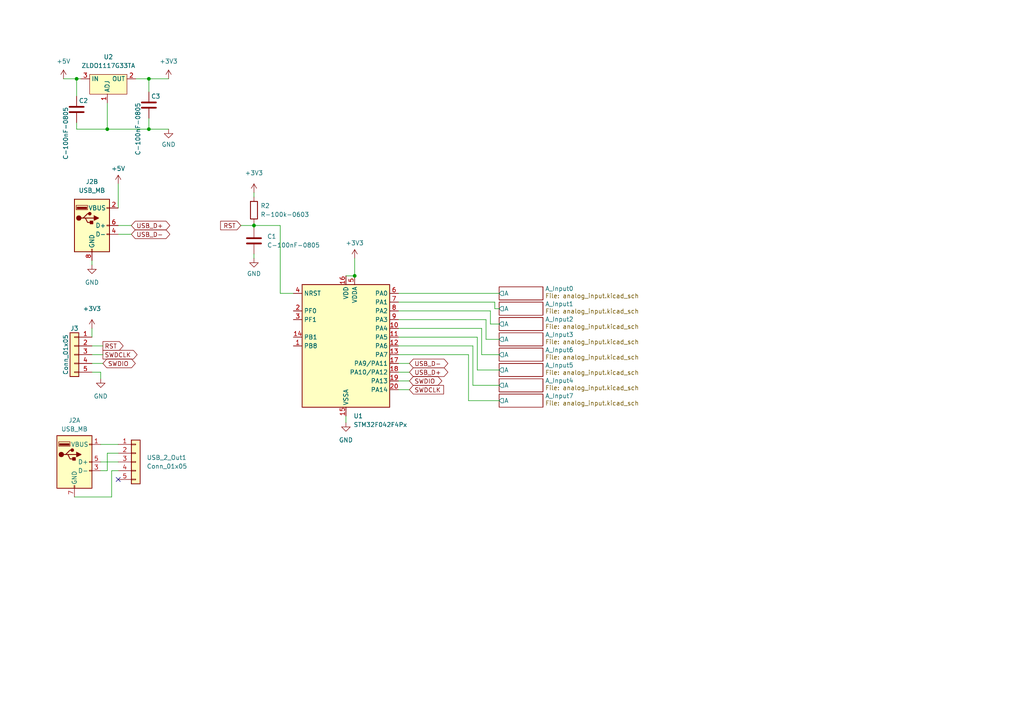
<source format=kicad_sch>
(kicad_sch (version 20230121) (generator eeschema)
  (paper "A4")
  (lib_symbols
    (symbol "+3V3_1" (power) (pin_names (offset 0))
      (property "Value" "+3V3_1" (at 0 3.556 0))
      (symbol "+3V3_1_0_1"
        (polyline (pts (xy -0.762 1.27) (xy 0 2.54)))
        (polyline (pts (xy 0 0) (xy 0 2.54)))
        (polyline (pts (xy 0 2.54) (xy 0.762 1.27)))
      )
      (symbol "+3V3_1_1_1"
        (pin power_in line (at 0 0 90) (length 0) hide (name "+3V3") (number "1"))
      )
    )
    (symbol "+5V_1" (power) (pin_names (offset 0))
      (property "Value" "+5V_1" (at 0 3.556 0))
      (symbol "+5V_1_0_1"
        (polyline (pts (xy -0.762 1.27) (xy 0 2.54)))
        (polyline (pts (xy 0 0) (xy 0 2.54)))
        (polyline (pts (xy 0 2.54) (xy 0.762 1.27)))
      )
      (symbol "+5V_1_1_1"
        (pin power_in line (at 0 0 90) (length 0) hide (name "+5V") (number "1"))
      )
    )
    (symbol "Connector_Generic:Conn_01x05" (pin_names (offset 1.016) hide)
      (property "Reference" "J" (at 0 7.62 0))
      (property "Value" "Conn_01x05" (at 0 -7.62 0))
      (symbol "Conn_01x05_1_1"
        (rectangle (start -1.27 -4.953) (end 0 -5.207) (stroke (width 0.1524)))
        (rectangle (start -1.27 -2.413) (end 0 -2.667) (stroke (width 0.1524)))
        (rectangle (start -1.27 0.127) (end 0 -0.127) (stroke (width 0.1524)))
        (rectangle (start -1.27 2.667) (end 0 2.413) (stroke (width 0.1524)))
        (rectangle (start -1.27 5.207) (end 0 4.953) (stroke (width 0.1524)))
        (rectangle (start -1.27 6.35) (end 1.27 -6.35) (stroke (width 0.254)) (fill (type background)))
        (pin passive line (at -5.08 5.08 0) (length 3.81) (name "Pin_1") (number "1"))
        (pin passive line (at -5.08 2.54 0) (length 3.81) (name "Pin_2") (number "2"))
        (pin passive line (at -5.08 0 0) (length 3.81) (name "Pin_3") (number "3"))
        (pin passive line (at -5.08 -2.54 0) (length 3.81) (name "Pin_4") (number "4"))
        (pin passive line (at -5.08 -5.08 0) (length 3.81) (name "Pin_5") (number "5"))
      )
    )
    (symbol "MCU_ST_STM32F0:STM32F042F4Px"
      (property "Reference" "U" (at -12.7 19.05 0))
      (property "Value" "STM32F042F4Px" (at 5.08 19.05 0))
      (symbol "STM32F042F4Px_0_1"
        (rectangle (start -12.7 -17.78) (end 12.7 17.78) (stroke (width 0.254)) (fill (type background)))
      )
      (symbol "STM32F042F4Px_1_1"
        (pin bidirectional line (at -15.24 0 0) (length 2.54) (name "PB8") (number "1"))
        (pin bidirectional line (at 15.24 5.08 180) (length 2.54) (name "PA4") (number "10"))
        (pin bidirectional line (at 15.24 2.54 180) (length 2.54) (name "PA5") (number "11"))
        (pin bidirectional line (at 15.24 0 180) (length 2.54) (name "PA6") (number "12"))
        (pin bidirectional line (at 15.24 -2.54 180) (length 2.54) (name "PA7") (number "13"))
        (pin bidirectional line (at -15.24 2.54 0) (length 2.54) (name "PB1") (number "14"))
        (pin power_in line (at 0 -20.32 90) (length 2.54) (name "VSSA") (number "15"))
        (pin power_in line (at 0 20.32 270) (length 2.54) (name "VDD") (number "16"))
        (pin bidirectional line (at 15.24 -5.08 180) (length 2.54) (name "PA9/PA11") (number "17"))
        (pin bidirectional line (at 15.24 -7.62 180) (length 2.54) (name "PA10/PA12") (number "18"))
        (pin bidirectional line (at 15.24 -10.16 180) (length 2.54) (name "PA13") (number "19"))
        (pin bidirectional line (at -15.24 10.16 0) (length 2.54) (name "PF0") (number "2"))
        (pin bidirectional line (at 15.24 -12.7 180) (length 2.54) (name "PA14") (number "20"))
        (pin bidirectional line (at -15.24 7.62 0) (length 2.54) (name "PF1") (number "3"))
        (pin input line (at -15.24 15.24 0) (length 2.54) (name "NRST") (number "4"))
        (pin power_in line (at 2.54 20.32 270) (length 2.54) (name "VDDA") (number "5"))
        (pin bidirectional line (at 15.24 15.24 180) (length 2.54) (name "PA0") (number "6"))
        (pin bidirectional line (at 15.24 12.7 180) (length 2.54) (name "PA1") (number "7"))
        (pin bidirectional line (at 15.24 10.16 180) (length 2.54) (name "PA2") (number "8"))
        (pin bidirectional line (at 15.24 7.62 180) (length 2.54) (name "PA3") (number "9"))
      )
    )
    (symbol "MyLib:C-100nF-0805" (pin_numbers hide) (pin_names (offset 0.254))
      (property "Reference" "C" (at 0.635 2.54 0))
      (property "Value" "C-100nF-0805" (at 0.635 -2.54 0))
      (symbol "C-100nF-0805_0_1"
        (polyline (pts (xy -2.032 -0.762) (xy 2.032 -0.762)) (stroke (width 0.508)))
        (polyline (pts (xy -2.032 0.762) (xy 2.032 0.762)) (stroke (width 0.508)))
      )
      (symbol "C-100nF-0805_1_1"
        (pin passive line (at 0 3.81 270) (length 2.794) (name "~") (number "1"))
        (pin passive line (at 0 -3.81 90) (length 2.794) (name "~") (number "2"))
      )
    )
    (symbol "MyLib:USB_MB" (pin_names (offset 1.016))
      (property "Reference" "J" (at -5.08 11.43 0))
      (property "Value" "USB_MB" (at -5.08 8.89 0))
      (symbol "USB_MB_0_1"
        (rectangle (start -5.08 7.62) (end 5.08 -7.62) (stroke (width 0.254)) (fill (type background)))
        (circle (center -3.81 2.159) (radius 0.635) (stroke (width 0.254)) (fill (type outline)))
        (rectangle (start -1.524 4.826) (end -4.318 5.334) (fill (type outline)))
        (rectangle (start -1.27 4.572) (end -4.572 5.842))
        (circle (center -0.635 3.429) (radius 0.381) (stroke (width 0.254)) (fill (type outline)))
        (rectangle (start -0.127 -7.62) (end 0.127 -6.858))
        (polyline (pts (xy -3.175 2.159) (xy -2.54 2.159) (xy -1.27 3.429) (xy -0.635 3.429)) (stroke (width 0.254)))
        (polyline (pts (xy -2.54 2.159) (xy -1.905 2.159) (xy -1.27 0.889) (xy 0 0.889)) (stroke (width 0.254)))
        (polyline (pts (xy 0.635 2.794) (xy 0.635 1.524) (xy 1.905 2.159) (xy 0.635 2.794)) (stroke (width 0.254)) (fill (type outline)))
        (rectangle (start 0.254 1.27) (end -0.508 0.508) (stroke (width 0.254)) (fill (type outline)))
        (rectangle (start 5.08 -2.667) (end 4.318 -2.413))
        (rectangle (start 5.08 -0.127) (end 4.318 0.127))
        (rectangle (start 5.08 4.953) (end 4.318 5.207))
      )
      (symbol "USB_MB_1_1"
        (polyline (pts (xy -1.905 2.159) (xy 0.635 2.159)) (stroke (width 0.254)))
        (pin power_in line (at 7.62 5.08 180) (length 2.54) (name "VBUS") (number "1"))
        (pin bidirectional line (at 7.62 -2.54 180) (length 2.54) (name "D-") (number "3"))
        (pin bidirectional line (at 7.62 0 180) (length 2.54) (name "D+") (number "5"))
        (pin power_in line (at 0 -10.16 90) (length 2.54) (name "GND") (number "7"))
      )
      (symbol "USB_MB_2_0"
        (pin no_connect line (at 22.86 -5.08 90) (length 2.54) hide (name "NC") (number "10"))
        (pin no_connect line (at 20.32 -5.08 90) (length 2.54) hide (name "KEY") (number "9"))
      )
      (symbol "USB_MB_2_1"
        (polyline (pts (xy -1.905 2.159) (xy 0.635 2.159)) (stroke (width 0.254)))
        (pin power_in line (at 7.62 5.08 180) (length 2.54) (name "VBUS") (number "2"))
        (pin bidirectional line (at 7.62 -2.54 180) (length 2.54) (name "D-") (number "4"))
        (pin bidirectional line (at 7.62 0 180) (length 2.54) (name "D+") (number "6"))
        (pin power_in line (at 0 -10.16 90) (length 2.54) (name "GND") (number "8"))
      )
    )
    (symbol "eurorack:C-100nF-0805" (pin_numbers hide) (pin_names (offset 0.254))
      (property "Reference" "C" (at 0.635 2.54 0))
      (property "Value" "C-100nF-0805" (at 0.635 -2.54 0))
      (symbol "C-100nF-0805_0_1"
        (polyline (pts (xy -2.032 -0.762) (xy 2.032 -0.762)) (stroke (width 0.508)))
        (polyline (pts (xy -2.032 0.762) (xy 2.032 0.762)) (stroke (width 0.508)))
      )
      (symbol "C-100nF-0805_1_1"
        (pin passive line (at 0 3.81 270) (length 2.794) (name "~") (number "1"))
        (pin passive line (at 0 -3.81 90) (length 2.794) (name "~") (number "2"))
      )
    )
    (symbol "eurorack:R-100k-0603" (pin_numbers hide) (pin_names (offset 0))
      (property "Reference" "R" (at 2.032 0 90))
      (property "Value" "R-100k-0603" (at -2.54 0 90))
      (symbol "R-100k-0603_0_1"
        (rectangle (start -1.016 -2.54) (end 1.016 2.54) (stroke (width 0.254)))
      )
      (symbol "R-100k-0603_1_1"
        (pin passive line (at 0 3.81 270) (length 1.27) (name "~") (number "1"))
        (pin passive line (at 0 -3.81 90) (length 1.27) (name "~") (number "2"))
      )
    )
    (symbol "eurorack:ZLDO1117G33TA"
      (property "Reference" "U" (at 0 0 0))
      (property "Value" "ZLDO1117G33TA" (at 0 1.905 0))
      (symbol "ZLDO1117G33TA_0_1"
        (rectangle (start -5.08 -1.27) (end 5.715 -6.985) (fill (type background)))
      )
      (symbol "ZLDO1117G33TA_1_1"
        (pin power_in line (at 0 -9.525 90) (length 2.54) (name "ADJ") (number "1"))
        (pin power_out line (at 8.255 -2.54 180) (length 2.54) (name "OUT") (number "2"))
        (pin power_in line (at -7.62 -2.54 0) (length 2.54) (name "IN") (number "3"))
        (pin power_in line (at 8.255 -2.54 180) (length 2.54) hide (name "OUT") (number "4"))
      )
    )
    (symbol "power:+3V3" (power) (pin_names (offset 0))
      (property "Value" "+3V3" (at 0 3.556 0))
      (symbol "+3V3_0_1"
        (polyline (pts (xy -0.762 1.27) (xy 0 2.54)))
        (polyline (pts (xy 0 0) (xy 0 2.54)))
        (polyline (pts (xy 0 2.54) (xy 0.762 1.27)))
      )
      (symbol "+3V3_1_1"
        (pin power_in line (at 0 0 90) (length 0) hide (name "+3V3") (number "1"))
      )
    )
    (symbol "power:+5V" (power) (pin_names (offset 0))
      (property "Value" "+5V" (at 0 3.556 0))
      (symbol "+5V_0_1"
        (polyline (pts (xy -0.762 1.27) (xy 0 2.54)))
        (polyline (pts (xy 0 0) (xy 0 2.54)))
        (polyline (pts (xy 0 2.54) (xy 0.762 1.27)))
      )
      (symbol "+5V_1_1"
        (pin power_in line (at 0 0 90) (length 0) hide (name "+5V") (number "1"))
      )
    )
    (symbol "power:GND" (power) (pin_names (offset 0))
      (property "Value" "GND" (at 0 -3.81 0))
      (symbol "GND_0_1"
        (polyline (pts (xy 0 0) (xy 0 -1.27) (xy 1.27 -1.27) (xy 0 -2.54) (xy -1.27 -1.27) (xy 0 -1.27)))
      )
      (symbol "GND_1_1"
        (pin power_in line (at 0 0 270) (length 0) hide (name "GND") (number "1"))
      )
    )
  )
  (junction (at 31.115 37.465))
  (junction (at 22.225 22.86))
  (junction (at 43.18 22.86))
  (junction (at 73.66 65.405))
  (junction (at 102.87 80.01))
  (junction (at 43.18 37.465))
  (no_connect (at 34.29 139.065))
  (wire (pts (xy 43.18 26.67) (xy 43.18 22.86)))
  (wire (pts (xy 142.24 90.17) (xy 142.24 93.98)))
  (wire (pts (xy 22.225 35.56) (xy 22.225 37.465)))
  (wire (pts (xy 29.21 128.905) (xy 34.29 128.905)))
  (wire (pts (xy 100.33 120.65) (xy 100.33 122.555)))
  (wire (pts (xy 22.225 22.86) (xy 22.225 27.94)))
  (wire (pts (xy 140.97 92.71) (xy 140.97 98.425)))
  (wire (pts (xy 115.57 113.03) (xy 118.745 113.03)))
  (wire (pts (xy 115.57 87.63) (xy 143.51 87.63)))
  (wire (pts (xy 31.115 136.525) (xy 31.115 131.445)))
  (wire (pts (xy 31.115 29.845) (xy 31.115 37.465)))
  (wire (pts (xy 137.16 111.76) (xy 144.78 111.76)))
  (wire (pts (xy 142.24 93.98) (xy 144.78 93.98)))
  (wire (pts (xy 34.29 65.405) (xy 38.1 65.405)))
  (wire (pts (xy 143.51 89.535) (xy 144.78 89.535)))
  (wire (pts (xy 29.21 136.525) (xy 31.115 136.525)))
  (wire (pts (xy 115.57 97.79) (xy 138.43 97.79)))
  (wire (pts (xy 81.28 65.405) (xy 81.28 85.09)))
  (wire (pts (xy 137.16 100.33) (xy 137.16 111.76)))
  (wire (pts (xy 26.67 75.565) (xy 26.67 76.835)))
  (wire (pts (xy 22.225 22.86) (xy 23.495 22.86)))
  (wire (pts (xy 22.225 37.465) (xy 31.115 37.465)))
  (wire (pts (xy 115.57 105.41) (xy 118.745 105.41)))
  (wire (pts (xy 34.29 53.34) (xy 34.29 60.325)))
  (wire (pts (xy 115.57 100.33) (xy 137.16 100.33)))
  (wire (pts (xy 139.7 95.25) (xy 139.7 102.87)))
  (wire (pts (xy 115.57 95.25) (xy 139.7 95.25)))
  (wire (pts (xy 73.66 73.66) (xy 73.66 74.93)))
  (wire (pts (xy 26.67 105.41) (xy 29.845 105.41)))
  (wire (pts (xy 26.67 107.95) (xy 29.21 107.95)))
  (wire (pts (xy 18.415 22.86) (xy 22.225 22.86)))
  (wire (pts (xy 43.18 37.465) (xy 48.895 37.465)))
  (wire (pts (xy 115.57 102.87) (xy 135.89 102.87)))
  (wire (pts (xy 69.85 65.405) (xy 73.66 65.405)))
  (wire (pts (xy 138.43 107.315) (xy 144.78 107.315)))
  (wire (pts (xy 115.57 90.17) (xy 142.24 90.17)))
  (wire (pts (xy 73.66 65.405) (xy 73.66 64.77)))
  (wire (pts (xy 115.57 107.95) (xy 118.745 107.95)))
  (wire (pts (xy 43.18 34.29) (xy 43.18 37.465)))
  (wire (pts (xy 32.385 136.525) (xy 34.29 136.525)))
  (wire (pts (xy 31.115 37.465) (xy 43.18 37.465)))
  (wire (pts (xy 73.66 65.405) (xy 73.66 66.04)))
  (wire (pts (xy 29.21 133.985) (xy 34.29 133.985)))
  (wire (pts (xy 115.57 110.49) (xy 118.745 110.49)))
  (wire (pts (xy 138.43 97.79) (xy 138.43 107.315)))
  (wire (pts (xy 73.66 55.88) (xy 73.66 57.15)))
  (wire (pts (xy 26.67 95.25) (xy 26.67 97.79)))
  (wire (pts (xy 29.21 107.95) (xy 29.21 109.855)))
  (wire (pts (xy 115.57 85.09) (xy 144.78 85.09)))
  (wire (pts (xy 31.115 131.445) (xy 34.29 131.445)))
  (wire (pts (xy 32.385 144.145) (xy 32.385 136.525)))
  (wire (pts (xy 143.51 87.63) (xy 143.51 89.535)))
  (wire (pts (xy 73.66 65.405) (xy 81.28 65.405)))
  (wire (pts (xy 21.59 144.145) (xy 32.385 144.145)))
  (wire (pts (xy 81.28 85.09) (xy 85.09 85.09)))
  (wire (pts (xy 135.89 102.87) (xy 135.89 116.205)))
  (wire (pts (xy 34.29 67.945) (xy 38.1 67.945)))
  (wire (pts (xy 139.7 102.87) (xy 144.78 102.87)))
  (wire (pts (xy 39.37 22.86) (xy 43.18 22.86)))
  (wire (pts (xy 115.57 92.71) (xy 140.97 92.71)))
  (wire (pts (xy 26.67 100.33) (xy 29.845 100.33)))
  (wire (pts (xy 140.97 98.425) (xy 144.78 98.425)))
  (wire (pts (xy 43.18 22.86) (xy 48.895 22.86)))
  (wire (pts (xy 26.67 102.87) (xy 29.845 102.87)))
  (wire (pts (xy 100.33 80.01) (xy 102.87 80.01)))
  (wire (pts (xy 135.89 116.205) (xy 144.78 116.205)))
  (wire (pts (xy 102.87 74.93) (xy 102.87 80.01)))
  (global_label "SWDIO" (shape bidirectional) (at 29.845 105.41 0) (property "Intersheetrefs" "${INTERSHEET_REFS}" (effects hide)))
  (global_label "USB_D-" (shape bidirectional) (at 38.1 67.945 0) (property "Intersheetrefs" "${INTERSHEET_REFS}" (effects hide)))
  (global_label "RST" (shape input) (at 69.85 65.405 180) (property "Intersheetrefs" "${INTERSHEET_REFS}" (effects hide)))
  (global_label "RST" (shape output) (at 29.845 100.33 0) (property "Intersheetrefs" "${INTERSHEET_REFS}" (effects hide)))
  (global_label "USB_D+" (shape bidirectional) (at 38.1 65.405 0) (property "Intersheetrefs" "${INTERSHEET_REFS}" (effects hide)))
  (global_label "USB_D-" (shape bidirectional) (at 118.745 105.41 0) (property "Intersheetrefs" "${INTERSHEET_REFS}" (effects hide)))
  (global_label "USB_D+" (shape bidirectional) (at 118.745 107.95 0) (property "Intersheetrefs" "${INTERSHEET_REFS}" (effects hide)))
  (global_label "SWDCLK" (shape input) (at 118.745 113.03 0) (property "Intersheetrefs" "${INTERSHEET_REFS}" (effects hide)))
  (global_label "SWDCLK" (shape output) (at 29.845 102.87 0) (property "Intersheetrefs" "${INTERSHEET_REFS}" (effects hide)))
  (global_label "SWDIO" (shape bidirectional) (at 118.745 110.49 0) (property "Intersheetrefs" "${INTERSHEET_REFS}" (effects hide)))
  (symbol (lib_id "power:+5V") (at 18.415 22.86 0) (unit 1)
    (property "Reference" "#PWR02" (effects hide))
    (property "Value" "+5V" (at 18.415 17.78 0))
  )
  (symbol (lib_id "power:+3V3") (at 48.895 22.86 0) (unit 1)
    (property "Reference" "#PWR03" (effects hide))
    (property "Value" "+3V3" (at 48.895 17.78 0))
  )
  (symbol (lib_id "eurorack:R-100k-0603") (at 73.66 60.96 0) (unit 1)
    (property "Reference" "R2" (at 75.565 59.6899 0) (effects (justify left)))
    (property "Value" "R-100k-0603" (at 75.565 62.2299 0) (effects (justify left)))
    (property "Footprint" "Resistor_SMD:R_0603_1608Metric" (effects hide))
    (property "Datasheet" "https://www.reichelt.com/at/en/smd-chip-resistor-0603-100-k-ohm-1--smd-0603-100k-p89454.html?&trstct=pos_2&nbc=1" (effects hide))
    (property "P" "100mW" (effects hide))
    (property "Prec" "1%" (effects hide))
  )
  (symbol (lib_id "Connector_Generic:Conn_01x05") (at 39.37 133.985 0) (unit 1)
    (property "Reference" "USB_2_Out1" (at 42.545 132.715 0) (effects (justify left)))
    (property "Value" "Conn_01x05" (at 42.545 135.255 0) (effects (justify left)))
    (property "Footprint" "Connector_PinHeader_2.54mm:PinHeader_1x05_P2.54mm_Vertical" (effects hide))
  )
  (symbol (lib_id "eurorack:C-100nF-0805") (at 22.225 31.75 0) (unit 1)
    (property "Reference" "C2" (at 22.86 29.21 0) (effects (justify left)))
    (property "Value" "C-100nF-0805" (at 19.05 46.355 90) (effects (justify left)))
    (property "Footprint" "Capacitor_SMD:C_0805_2012Metric_Pad1.18x1.45mm_HandSolder" (effects hide))
    (property "Datasheet" "https://secure.reichelt.com/at/en/smd-multilayer-ceramic-capacitor-100-n-10--x7r-g0805-100n-p31879.html?&nbc=1" (effects hide))
  )
  (symbol (lib_id "MyLib:USB_MB") (at 21.59 133.985 0) (unit 1)
    (property "Reference" "J2" (at 21.59 121.92 0))
    (property "Value" "USB_MB" (at 21.59 124.46 0))
    (property "Footprint" "MyLibs:MB_USB" (effects hide))
    (property "Datasheet" " ~" (effects hide))
  )
  (symbol (lib_id "MCU_ST_STM32F0:STM32F042F4Px") (at 100.33 100.33 0) (unit 1)
    (property "Reference" "U1" (at 102.5241 120.65 0) (effects (justify left)))
    (property "Value" "STM32F042F4Px" (at 102.5241 123.19 0) (effects (justify left)))
    (property "Footprint" "Package_SO:TSSOP-20_4.4x6.5mm_P0.65mm" (effects hide))
    (property "Datasheet" "https://www.st.com/resource/en/datasheet/stm32f042f4.pdf" (effects hide))
  )
  (symbol (lib_id "eurorack:C-100nF-0805") (at 43.18 30.48 0) (unit 1)
    (property "Reference" "C3" (at 43.815 27.94 0) (effects (justify left)))
    (property "Value" "C-100nF-0805" (at 40.005 45.085 90) (effects (justify left)))
    (property "Footprint" "Capacitor_SMD:C_0805_2012Metric_Pad1.18x1.45mm_HandSolder" (effects hide))
    (property "Datasheet" "https://secure.reichelt.com/at/en/smd-multilayer-ceramic-capacitor-100-n-10--x7r-g0805-100n-p31879.html?&nbc=1" (effects hide))
  )
  (symbol (lib_id "power:GND") (at 48.895 37.465 0) (unit 1)
    (property "Reference" "#PWR04" (effects hide))
    (property "Value" "GND" (at 48.895 41.91 0))
  )
  (symbol (lib_id "power:+3V3") (at 73.66 55.88 0) (unit 1)
    (property "Reference" "#PWR010" (effects hide))
    (property "Value" "+3V3" (at 73.66 50.165 0))
  )
  (symbol (lib_name "+3V3_1") (lib_id "power:+3V3") (at 102.87 74.93 0) (unit 1)
    (property "Reference" "#PWR05" (effects hide))
    (property "Value" "+3V3" (at 102.87 70.485 0))
  )
  (symbol (lib_id "power:GND") (at 73.66 74.93 0) (unit 1)
    (property "Reference" "#PWR011" (effects hide))
    (property "Value" "GND" (at 73.66 79.375 0))
  )
  (symbol (lib_id "MyLib:C-100nF-0805") (at 73.66 69.85 0) (unit 1)
    (property "Reference" "C1" (at 77.47 68.58 0) (effects (justify left)))
    (property "Value" "C-100nF-0805" (at 77.47 71.12 0) (effects (justify left)))
    (property "Footprint" "Capacitor_SMD:C_0805_2012Metric_Pad1.18x1.45mm_HandSolder" (effects hide))
    (property "Datasheet" "https://secure.reichelt.com/at/en/smd-multilayer-ceramic-capacitor-100-n-10--x7r-g0805-100n-p31879.html?&nbc=1" (effects hide))
  )
  (symbol (lib_id "power:GND") (at 100.33 122.555 0) (unit 1)
    (property "Reference" "#PWR09" (effects hide))
    (property "Value" "GND" (at 100.33 127.635 0))
  )
  (symbol (lib_id "power:GND") (at 29.21 109.855 0) (unit 1)
    (property "Reference" "#PWR013" (effects hide))
    (property "Value" "GND" (at 29.21 114.935 0))
  )
  (symbol (lib_id "power:+3V3") (at 26.67 95.25 0) (unit 1)
    (property "Reference" "#PWR012" (effects hide))
    (property "Value" "+3V3" (at 26.67 89.535 0))
  )
  (symbol (lib_id "eurorack:ZLDO1117G33TA") (at 31.115 20.32 0) (unit 1)
    (property "Reference" "U2" (at 31.4325 16.51 0))
    (property "Value" "ZLDO1117G33TA" (at 31.4325 19.05 0))
    (property "Footprint" "Package_TO_SOT_SMD:SOT-223" (effects hide))
    (property "Datasheet" "https://www.reichelt.at/at/en/ldo-voltage-regulator-3-3v-sot-223-3-zldo1117g33ta-p219149.html?&trstct=pos_13&nbc=1" (effects hide))
  )
  (symbol (lib_id "Connector_Generic:Conn_01x05") (at 21.59 102.87 0) (mirror y) (unit 1)
    (property "Reference" "J3" (at 21.59 95.25 0))
    (property "Value" "Conn_01x05" (at 19.05 102.87 90))
    (property "Footprint" "Connector_PinHeader_2.54mm:PinHeader_1x05_P2.54mm_Vertical" (effects hide))
  )
  (symbol (lib_name "+5V_1") (lib_id "power:+5V") (at 34.29 53.34 0) (unit 1)
    (property "Reference" "#PWR06" (effects hide))
    (property "Value" "+5V" (at 34.29 48.895 0))
  )
  (symbol (lib_id "power:GND") (at 26.67 76.835 0) (unit 1)
    (property "Reference" "#PWR07" (effects hide))
    (property "Value" "GND" (at 26.67 81.915 0))
  )
  (symbol (lib_id "MyLib:USB_MB") (at 26.67 65.405 0) (unit 2)
    (property "Reference" "J2" (at 26.67 52.705 0))
    (property "Value" "USB_MB" (at 26.67 55.245 0))
    (property "Footprint" "MyLibs:MB_USB" (effects hide))
    (property "Datasheet" " ~" (effects hide))
  )
  (sheet (at 144.78 83.185) (size 12.7 3.81) (stroke (width 0.1524))
    (property "Sheetname" "A_Input0" (at 158.115 84.455 0) (effects (justify left bottom)))
    (property "Sheetfile" "analog_input.kicad_sch" (at 158.115 85.09 0) (effects (justify left top)))
    (pin "A" output (at 144.78 85.09 180))
  )
  (sheet (at 144.78 100.965) (size 12.7 3.81) (stroke (width 0.1524))
    (property "Sheetname" "A_Input6" (at 158.115 102.235 0) (effects (justify left bottom)))
    (property "Sheetfile" "analog_input.kicad_sch" (at 158.115 102.87 0) (effects (justify left top)))
    (pin "A" output (at 144.78 102.87 180))
  )
  (sheet (at 144.78 92.075) (size 12.7 3.81) (stroke (width 0.1524))
    (property "Sheetname" "A_Input2" (at 158.115 93.345 0) (effects (justify left bottom)))
    (property "Sheetfile" "analog_input.kicad_sch" (at 158.115 93.98 0) (effects (justify left top)))
    (pin "A" output (at 144.78 93.98 180))
  )
  (sheet (at 144.78 109.855) (size 12.7 3.81) (stroke (width 0.1524))
    (property "Sheetname" "A_Input4" (at 158.115 111.125 0) (effects (justify left bottom)))
    (property "Sheetfile" "analog_input.kicad_sch" (at 158.115 111.76 0) (effects (justify left top)))
    (pin "A" output (at 144.78 111.76 180))
  )
  (sheet (at 144.78 96.52) (size 12.7 3.81) (stroke (width 0.1524))
    (property "Sheetname" "A_Input3" (at 158.115 97.79 0) (effects (justify left bottom)))
    (property "Sheetfile" "analog_input.kicad_sch" (at 158.115 98.425 0) (effects (justify left top)))
    (pin "A" output (at 144.78 98.425 180))
  )
  (sheet (at 144.78 114.3) (size 12.7 3.81) (stroke (width 0.1524))
    (property "Sheetname" "A_Input7" (at 158.115 115.57 0) (effects (justify left bottom)))
    (property "Sheetfile" "analog_input.kicad_sch" (at 158.115 116.205 0) (effects (justify left top)))
    (pin "A" output (at 144.78 116.205 180))
  )
  (sheet (at 144.78 87.63) (size 12.7 3.81) (stroke (width 0.1524))
    (property "Sheetname" "A_Input1" (at 158.115 88.9 0) (effects (justify left bottom)))
    (property "Sheetfile" "analog_input.kicad_sch" (at 158.115 89.535 0) (effects (justify left top)))
    (pin "A" output (at 144.78 89.535 180))
  )
  (sheet (at 144.78 105.41) (size 12.7 3.81) (stroke (width 0.1524))
    (property "Sheetname" "A_Input5" (at 158.115 106.68 0) (effects (justify left bottom)))
    (property "Sheetfile" "analog_input.kicad_sch" (at 158.115 107.315 0) (effects (justify left top)))
    (pin "A" output (at 144.78 107.315 180))
  )
)
</source>
